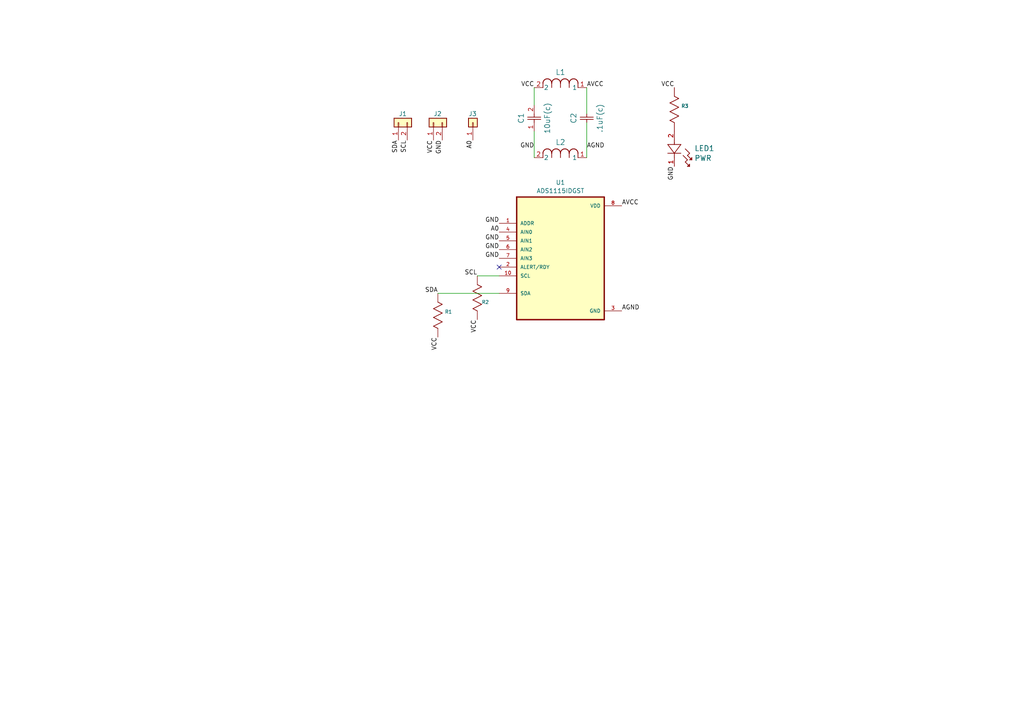
<source format=kicad_sch>
(kicad_sch (version 20230121) (generator eeschema)

  (uuid 9586443c-894c-45ca-be0d-570828c94a5f)

  (paper "A4")

  (lib_symbols
    (symbol "Connector_Generic:Conn_01x01" (pin_names (offset 1.016) hide) (in_bom yes) (on_board yes)
      (property "Reference" "J" (at 0 2.54 0)
        (effects (font (size 1.27 1.27)))
      )
      (property "Value" "Conn_01x01" (at 0 -2.54 0)
        (effects (font (size 1.27 1.27)))
      )
      (property "Footprint" "" (at 0 0 0)
        (effects (font (size 1.27 1.27)) hide)
      )
      (property "Datasheet" "~" (at 0 0 0)
        (effects (font (size 1.27 1.27)) hide)
      )
      (property "ki_keywords" "connector" (at 0 0 0)
        (effects (font (size 1.27 1.27)) hide)
      )
      (property "ki_description" "Generic connector, single row, 01x01, script generated (kicad-library-utils/schlib/autogen/connector/)" (at 0 0 0)
        (effects (font (size 1.27 1.27)) hide)
      )
      (property "ki_fp_filters" "Connector*:*_1x??_*" (at 0 0 0)
        (effects (font (size 1.27 1.27)) hide)
      )
      (symbol "Conn_01x01_1_1"
        (rectangle (start -1.27 0.127) (end 0 -0.127)
          (stroke (width 0.1524) (type default))
          (fill (type none))
        )
        (rectangle (start -1.27 1.27) (end 1.27 -1.27)
          (stroke (width 0.254) (type default))
          (fill (type background))
        )
        (pin passive line (at -5.08 0 0) (length 3.81)
          (name "Pin_1" (effects (font (size 1.27 1.27))))
          (number "1" (effects (font (size 1.27 1.27))))
        )
      )
    )
    (symbol "pPSI:.1uF-Ceramic-Capacitor" (pin_numbers hide) (pin_names (offset 1.651) hide) (in_bom yes) (on_board yes)
      (property "Reference" "C" (at 3.81 3.81 0)
        (effects (font (size 1.524 1.524)))
      )
      (property "Value" ".1uF-Ceramic-Capacitor" (at 3.048 -3.429 0)
        (effects (font (size 1.524 1.524)))
      )
      (property "Footprint" "pPSI:.1uF ceramic capacitor" (at 3.683 -5.842 0)
        (effects (font (size 1.524 1.524)) hide)
      )
      (property "Datasheet" "" (at 0 0 0)
        (effects (font (size 1.524 1.524)))
      )
      (symbol ".1uF-Ceramic-Capacitor_1_1"
        (polyline
          (pts
            (xy 2.54 0)
            (xy 3.4798 0)
          )
          (stroke (width 0.2032) (type solid))
          (fill (type none))
        )
        (polyline
          (pts
            (xy 3.4798 -1.905)
            (xy 3.4798 1.905)
          )
          (stroke (width 0.2032) (type solid))
          (fill (type none))
        )
        (polyline
          (pts
            (xy 4.1148 -1.905)
            (xy 4.1148 1.905)
          )
          (stroke (width 0.2032) (type solid))
          (fill (type none))
        )
        (polyline
          (pts
            (xy 4.1148 0)
            (xy 5.08 0)
          )
          (stroke (width 0.2032) (type solid))
          (fill (type none))
        )
        (pin unspecified line (at 2.54 0 0) (length 0)
          (name "1" (effects (font (size 1.4986 1.4986))))
          (number "1" (effects (font (size 1.4986 1.4986))))
        )
        (pin unspecified line (at 5.08 0 180) (length 0)
          (name "2" (effects (font (size 1.4986 1.4986))))
          (number "2" (effects (font (size 1.4986 1.4986))))
        )
      )
    )
    (symbol "pPSI:10kohm-Resistor" (pin_numbers hide) (pin_names (offset -2.54) hide) (in_bom yes) (on_board yes)
      (property "Reference" "R" (at 5.588 3.81 0)
        (effects (font (size 1 1)))
      )
      (property "Value" "10kohm-Resistor" (at 6.731 -2.54 0)
        (effects (font (size 1 1)))
      )
      (property "Footprint" "pPSI:10kohm resistor" (at 6.604 -5.207 0)
        (effects (font (size 1.524 1.524)) hide)
      )
      (property "Datasheet" "" (at 0 0 0)
        (effects (font (size 1.524 1.524)))
      )
      (symbol "10kohm-Resistor_1_1"
        (polyline
          (pts
            (xy 2.54 0)
            (xy 3.175 1.27)
          )
          (stroke (width 0.2032) (type solid))
          (fill (type none))
        )
        (polyline
          (pts
            (xy 3.175 1.27)
            (xy 4.445 -1.27)
          )
          (stroke (width 0.2032) (type solid))
          (fill (type none))
        )
        (polyline
          (pts
            (xy 4.445 -1.27)
            (xy 5.715 1.27)
          )
          (stroke (width 0.2032) (type solid))
          (fill (type none))
        )
        (polyline
          (pts
            (xy 5.715 1.27)
            (xy 6.985 -1.27)
          )
          (stroke (width 0.2032) (type solid))
          (fill (type none))
        )
        (polyline
          (pts
            (xy 6.985 -1.27)
            (xy 8.255 1.27)
          )
          (stroke (width 0.2032) (type solid))
          (fill (type none))
        )
        (polyline
          (pts
            (xy 8.255 1.27)
            (xy 9.525 -1.27)
          )
          (stroke (width 0.2032) (type solid))
          (fill (type none))
        )
        (polyline
          (pts
            (xy 9.525 -1.27)
            (xy 10.16 0)
          )
          (stroke (width 0.2032) (type solid))
          (fill (type none))
        )
        (pin unspecified line (at 0 0 0) (length 2.54)
          (name "1" (effects (font (size 1.4986 1.4986))))
          (number "1" (effects (font (size 1.4986 1.4986))))
        )
        (pin unspecified line (at 12.7 0 180) (length 2.54)
          (name "2" (effects (font (size 1.4986 1.4986))))
          (number "2" (effects (font (size 1.4986 1.4986))))
        )
      )
    )
    (symbol "pPSI:10uF-Ceramic-Capacitor" (pin_names (offset 0.254)) (in_bom yes) (on_board yes)
      (property "Reference" "C" (at 3.81 3.81 0)
        (effects (font (size 1.524 1.524)))
      )
      (property "Value" "10uF-Ceramic-Capacitor" (at 3.81 -3.81 0)
        (effects (font (size 1.524 1.524)))
      )
      (property "Footprint" "pPSI:10uF Ceramic Capacitor" (at 0 0 0)
        (effects (font (size 1.27 1.27) italic) hide)
      )
      (property "Datasheet" "C0805C106K9PACTU" (at 0 0 0)
        (effects (font (size 1.27 1.27) italic) hide)
      )
      (property "ki_locked" "" (at 0 0 0)
        (effects (font (size 1.27 1.27)))
      )
      (property "ki_keywords" "C0805C106K9PACTU" (at 0 0 0)
        (effects (font (size 1.27 1.27)) hide)
      )
      (property "ki_fp_filters" "CAPC220145_140N_KEM CAPC220145_140N_KEM-M CAPC220145_140N_KEM-L" (at 0 0 0)
        (effects (font (size 1.27 1.27)) hide)
      )
      (symbol "10uF-Ceramic-Capacitor_1_1"
        (polyline
          (pts
            (xy 2.54 0)
            (xy 3.4798 0)
          )
          (stroke (width 0.2032) (type default))
          (fill (type none))
        )
        (polyline
          (pts
            (xy 3.4798 -1.905)
            (xy 3.4798 1.905)
          )
          (stroke (width 0.2032) (type default))
          (fill (type none))
        )
        (polyline
          (pts
            (xy 4.1148 -1.905)
            (xy 4.1148 1.905)
          )
          (stroke (width 0.2032) (type default))
          (fill (type none))
        )
        (polyline
          (pts
            (xy 4.1148 0)
            (xy 5.08 0)
          )
          (stroke (width 0.2032) (type default))
          (fill (type none))
        )
        (pin unspecified line (at 0 0 0) (length 2.54)
          (name "" (effects (font (size 1.27 1.27))))
          (number "1" (effects (font (size 1.27 1.27))))
        )
        (pin unspecified line (at 7.62 0 180) (length 2.54)
          (name "" (effects (font (size 1.27 1.27))))
          (number "2" (effects (font (size 1.27 1.27))))
        )
      )
      (symbol "10uF-Ceramic-Capacitor_1_2"
        (polyline
          (pts
            (xy -1.905 -4.1148)
            (xy 1.905 -4.1148)
          )
          (stroke (width 0.2032) (type default))
          (fill (type none))
        )
        (polyline
          (pts
            (xy -1.905 -3.4798)
            (xy 1.905 -3.4798)
          )
          (stroke (width 0.2032) (type default))
          (fill (type none))
        )
        (polyline
          (pts
            (xy 0 -4.1148)
            (xy 0 -5.08)
          )
          (stroke (width 0.2032) (type default))
          (fill (type none))
        )
        (polyline
          (pts
            (xy 0 -2.54)
            (xy 0 -3.4798)
          )
          (stroke (width 0.2032) (type default))
          (fill (type none))
        )
        (pin unspecified line (at 0 0 270) (length 2.54)
          (name "" (effects (font (size 1.27 1.27))))
          (number "1" (effects (font (size 1.27 1.27))))
        )
        (pin unspecified line (at 0 -7.62 90) (length 2.54)
          (name "" (effects (font (size 1.27 1.27))))
          (number "2" (effects (font (size 1.27 1.27))))
        )
      )
    )
    (symbol "pPSI:2-pin-header" (pin_names (offset 1.016) hide) (in_bom yes) (on_board yes)
      (property "Reference" "J" (at 0 2.54 0)
        (effects (font (size 1.27 1.27)))
      )
      (property "Value" "2-pin-header" (at 0 -5.08 0)
        (effects (font (size 1.27 1.27)))
      )
      (property "Footprint" "" (at 0 0 0)
        (effects (font (size 1.27 1.27)) hide)
      )
      (property "Datasheet" "~" (at 0 0 0)
        (effects (font (size 1.27 1.27)) hide)
      )
      (property "ki_keywords" "connector" (at 0 0 0)
        (effects (font (size 1.27 1.27)) hide)
      )
      (property "ki_description" "Generic connector, single row, 01x02, script generated (kicad-library-utils/schlib/autogen/connector/)" (at 0 0 0)
        (effects (font (size 1.27 1.27)) hide)
      )
      (property "ki_fp_filters" "Connector*:*_1x??_*" (at 0 0 0)
        (effects (font (size 1.27 1.27)) hide)
      )
      (symbol "2-pin-header_1_1"
        (rectangle (start -1.27 -2.413) (end 0 -2.667)
          (stroke (width 0.1524) (type default))
          (fill (type none))
        )
        (rectangle (start -1.27 0.127) (end 0 -0.127)
          (stroke (width 0.1524) (type default))
          (fill (type none))
        )
        (rectangle (start -1.27 1.27) (end 1.27 -3.81)
          (stroke (width 0.254) (type default))
          (fill (type background))
        )
        (pin passive line (at -5.08 0 0) (length 3.81)
          (name "Pin_1" (effects (font (size 1.27 1.27))))
          (number "1" (effects (font (size 1.27 1.27))))
        )
        (pin passive line (at -5.08 -2.54 0) (length 3.81)
          (name "Pin_2" (effects (font (size 1.27 1.27))))
          (number "2" (effects (font (size 1.27 1.27))))
        )
      )
    )
    (symbol "pPSI:ADS1115IDGST" (pin_names (offset 1.016)) (in_bom yes) (on_board yes)
      (property "Reference" "U" (at -12.7 18.78 0)
        (effects (font (size 1.27 1.27)) (justify left bottom))
      )
      (property "Value" "ADS1115IDGST" (at -12.7 -21.78 0)
        (effects (font (size 1.27 1.27)) (justify left bottom))
      )
      (property "Footprint" "pPSI:ADS1115" (at 0 0 0)
        (effects (font (size 1.27 1.27)) (justify bottom) hide)
      )
      (property "Datasheet" "" (at 0 0 0)
        (effects (font (size 1.27 1.27)) hide)
      )
      (symbol "ADS1115IDGST_0_0"
        (rectangle (start -12.7 -17.78) (end 12.7 17.78)
          (stroke (width 0.41) (type default))
          (fill (type background))
        )
        (pin input line (at -17.78 10.16 0) (length 5.08)
          (name "ADDR" (effects (font (size 1.016 1.016))))
          (number "1" (effects (font (size 1.016 1.016))))
        )
        (pin input line (at -17.78 -5.08 0) (length 5.08)
          (name "SCL" (effects (font (size 1.016 1.016))))
          (number "10" (effects (font (size 1.016 1.016))))
        )
        (pin input line (at -17.78 -2.54 0) (length 5.08)
          (name "ALERT/RDY" (effects (font (size 1.016 1.016))))
          (number "2" (effects (font (size 1.016 1.016))))
        )
        (pin power_in line (at 17.78 -15.24 180) (length 5.08)
          (name "GND" (effects (font (size 1.016 1.016))))
          (number "3" (effects (font (size 1.016 1.016))))
        )
        (pin input line (at -17.78 7.62 0) (length 5.08)
          (name "AIN0" (effects (font (size 1.016 1.016))))
          (number "4" (effects (font (size 1.016 1.016))))
        )
        (pin input line (at -17.78 5.08 0) (length 5.08)
          (name "AIN1" (effects (font (size 1.016 1.016))))
          (number "5" (effects (font (size 1.016 1.016))))
        )
        (pin input line (at -17.78 2.54 0) (length 5.08)
          (name "AIN2" (effects (font (size 1.016 1.016))))
          (number "6" (effects (font (size 1.016 1.016))))
        )
        (pin input line (at -17.78 0 0) (length 5.08)
          (name "AIN3" (effects (font (size 1.016 1.016))))
          (number "7" (effects (font (size 1.016 1.016))))
        )
        (pin power_in line (at 17.78 15.24 180) (length 5.08)
          (name "VDD" (effects (font (size 1.016 1.016))))
          (number "8" (effects (font (size 1.016 1.016))))
        )
        (pin bidirectional line (at -17.78 -10.16 0) (length 5.08)
          (name "SDA" (effects (font (size 1.016 1.016))))
          (number "9" (effects (font (size 1.016 1.016))))
        )
      )
    )
    (symbol "pPSI:Ferrite-Bead" (pin_names (offset 0.254)) (in_bom yes) (on_board yes)
      (property "Reference" "L1" (at 7.62 7.2917 0)
        (effects (font (size 1.524 1.524)))
      )
      (property "Value" "Ferrite-Bead" (at 7.62 4.4589 0)
        (effects (font (size 1.524 1.524)))
      )
      (property "Footprint" "pPSI:ferrite bead" (at 0 0 0)
        (effects (font (size 1.27 1.27) italic) hide)
      )
      (property "Datasheet" "MMZ2012Y152BT000" (at 0 0 0)
        (effects (font (size 1.27 1.27) italic) hide)
      )
      (property "ki_locked" "" (at 0 0 0)
        (effects (font (size 1.27 1.27)))
      )
      (property "ki_keywords" "MMZ2012Y152BT000" (at 0 0 0)
        (effects (font (size 1.27 1.27)) hide)
      )
      (property "ki_fp_filters" "IND_2012_TDK IND_2012_TDK-M IND_2012_TDK-L" (at 0 0 0)
        (effects (font (size 1.27 1.27)) hide)
      )
      (symbol "Ferrite-Bead_1_1"
        (polyline
          (pts
            (xy 2.54 0)
            (xy 2.54 1.27)
          )
          (stroke (width 0.2032) (type default))
          (fill (type none))
        )
        (polyline
          (pts
            (xy 5.08 0)
            (xy 5.08 1.27)
          )
          (stroke (width 0.2032) (type default))
          (fill (type none))
        )
        (polyline
          (pts
            (xy 7.62 0)
            (xy 7.62 1.27)
          )
          (stroke (width 0.2032) (type default))
          (fill (type none))
        )
        (polyline
          (pts
            (xy 10.16 0)
            (xy 10.16 1.27)
          )
          (stroke (width 0.2032) (type default))
          (fill (type none))
        )
        (polyline
          (pts
            (xy 12.7 0)
            (xy 12.7 1.27)
          )
          (stroke (width 0.2032) (type default))
          (fill (type none))
        )
        (arc (start 5.08 1.27) (mid 3.81 2.5345) (end 2.54 1.27)
          (stroke (width 0.254) (type default))
          (fill (type none))
        )
        (arc (start 7.62 1.27) (mid 6.35 2.5345) (end 5.08 1.27)
          (stroke (width 0.254) (type default))
          (fill (type none))
        )
        (arc (start 10.16 1.27) (mid 8.89 2.5345) (end 7.62 1.27)
          (stroke (width 0.254) (type default))
          (fill (type none))
        )
        (arc (start 12.7 1.27) (mid 11.43 2.5345) (end 10.16 1.27)
          (stroke (width 0.254) (type default))
          (fill (type none))
        )
        (pin unspecified line (at 15.24 0 180) (length 2.54)
          (name "1" (effects (font (size 1.27 1.27))))
          (number "1" (effects (font (size 1.27 1.27))))
        )
        (pin unspecified line (at 0 0 0) (length 2.54)
          (name "2" (effects (font (size 1.27 1.27))))
          (number "2" (effects (font (size 1.27 1.27))))
        )
      )
      (symbol "Ferrite-Bead_1_2"
        (arc (start -1.27 5.08) (mid -2.5345 3.81) (end -1.27 2.54)
          (stroke (width 0.254) (type default))
          (fill (type none))
        )
        (arc (start -1.27 7.62) (mid -2.5345 6.35) (end -1.27 5.08)
          (stroke (width 0.254) (type default))
          (fill (type none))
        )
        (arc (start -1.27 10.16) (mid -2.5345 8.89) (end -1.27 7.62)
          (stroke (width 0.254) (type default))
          (fill (type none))
        )
        (arc (start -1.27 12.7) (mid -2.5345 11.43) (end -1.27 10.16)
          (stroke (width 0.254) (type default))
          (fill (type none))
        )
        (polyline
          (pts
            (xy 0 2.54)
            (xy -1.27 2.54)
          )
          (stroke (width 0.2032) (type default))
          (fill (type none))
        )
        (polyline
          (pts
            (xy 0 5.08)
            (xy -1.27 5.08)
          )
          (stroke (width 0.2032) (type default))
          (fill (type none))
        )
        (polyline
          (pts
            (xy 0 7.62)
            (xy -1.27 7.62)
          )
          (stroke (width 0.2032) (type default))
          (fill (type none))
        )
        (polyline
          (pts
            (xy 0 10.16)
            (xy -1.27 10.16)
          )
          (stroke (width 0.2032) (type default))
          (fill (type none))
        )
        (polyline
          (pts
            (xy 0 12.7)
            (xy -1.27 12.7)
          )
          (stroke (width 0.2032) (type default))
          (fill (type none))
        )
        (pin unspecified line (at 0 15.24 270) (length 2.54)
          (name "1" (effects (font (size 1.27 1.27))))
          (number "1" (effects (font (size 1.27 1.27))))
        )
        (pin unspecified line (at 0 0 90) (length 2.54)
          (name "2" (effects (font (size 1.27 1.27))))
          (number "2" (effects (font (size 1.27 1.27))))
        )
      )
    )
    (symbol "pPSI:green led" (pin_names (offset 0.254)) (in_bom yes) (on_board yes)
      (property "Reference" "LED" (at 5.08 -4.445 0)
        (effects (font (size 1.524 1.524)))
      )
      (property "Value" "green led" (at 5.08 -7.62 0)
        (effects (font (size 1.524 1.524)))
      )
      (property "Footprint" "green led" (at 6.35 -12.7 0)
        (effects (font (size 1.27 1.27) italic) hide)
      )
      (property "Datasheet" "green led" (at 5.08 -10.16 0)
        (effects (font (size 1.27 1.27) italic) hide)
      )
      (property "ki_locked" "" (at 0 0 0)
        (effects (font (size 1.27 1.27)))
      )
      (property "ki_keywords" "HSMG-C170" (at 0 0 0)
        (effects (font (size 1.27 1.27)) hide)
      )
      (property "ki_fp_filters" "LED_MG-C170" (at 0 0 0)
        (effects (font (size 1.27 1.27)) hide)
      )
      (symbol "green led_0_1"
        (polyline
          (pts
            (xy 2.54 0)
            (xy 3.4798 0)
          )
          (stroke (width 0.2032) (type default))
          (fill (type none))
        )
        (polyline
          (pts
            (xy 3.175 0)
            (xy 3.81 0)
          )
          (stroke (width 0.2032) (type default))
          (fill (type none))
        )
        (polyline
          (pts
            (xy 3.81 -1.905)
            (xy 6.35 0)
          )
          (stroke (width 0.2032) (type default))
          (fill (type none))
        )
        (polyline
          (pts
            (xy 3.81 1.905)
            (xy 3.81 -1.905)
          )
          (stroke (width 0.2032) (type default))
          (fill (type none))
        )
        (polyline
          (pts
            (xy 5.08 3.175)
            (xy 6.35 4.445)
          )
          (stroke (width 0.2032) (type default))
          (fill (type none))
        )
        (polyline
          (pts
            (xy 6.35 -1.905)
            (xy 6.35 1.905)
          )
          (stroke (width 0.2032) (type default))
          (fill (type none))
        )
        (polyline
          (pts
            (xy 6.35 0)
            (xy 3.81 1.905)
          )
          (stroke (width 0.2032) (type default))
          (fill (type none))
        )
        (polyline
          (pts
            (xy 6.35 0)
            (xy 7.62 0)
          )
          (stroke (width 0.2032) (type default))
          (fill (type none))
        )
        (polyline
          (pts
            (xy 6.35 4.445)
            (xy 6.985 3.81)
          )
          (stroke (width 0.2032) (type default))
          (fill (type none))
        )
        (polyline
          (pts
            (xy 6.985 2.54)
            (xy 8.255 3.81)
          )
          (stroke (width 0.2032) (type default))
          (fill (type none))
        )
        (polyline
          (pts
            (xy 6.985 3.81)
            (xy 8.255 5.08)
          )
          (stroke (width 0.2032) (type default))
          (fill (type none))
        )
        (polyline
          (pts
            (xy 7.62 5.08)
            (xy 8.255 4.445)
          )
          (stroke (width 0.2032) (type default))
          (fill (type none))
        )
        (polyline
          (pts
            (xy 8.255 3.81)
            (xy 8.89 3.175)
          )
          (stroke (width 0.2032) (type default))
          (fill (type none))
        )
        (polyline
          (pts
            (xy 8.255 4.445)
            (xy 8.255 5.08)
          )
          (stroke (width 0.2032) (type default))
          (fill (type none))
        )
        (polyline
          (pts
            (xy 8.255 5.08)
            (xy 7.62 5.08)
          )
          (stroke (width 0.2032) (type default))
          (fill (type none))
        )
        (polyline
          (pts
            (xy 8.89 3.175)
            (xy 10.16 4.445)
          )
          (stroke (width 0.2032) (type default))
          (fill (type none))
        )
        (polyline
          (pts
            (xy 9.525 4.445)
            (xy 10.16 3.81)
          )
          (stroke (width 0.2032) (type default))
          (fill (type none))
        )
        (polyline
          (pts
            (xy 10.16 3.81)
            (xy 10.16 4.445)
          )
          (stroke (width 0.2032) (type default))
          (fill (type none))
        )
        (polyline
          (pts
            (xy 10.16 4.445)
            (xy 9.525 4.445)
          )
          (stroke (width 0.2032) (type default))
          (fill (type none))
        )
        (pin unspecified line (at 10.16 0 180) (length 2.54)
          (name "" (effects (font (size 1.27 1.27))))
          (number "1" (effects (font (size 1.27 1.27))))
        )
        (pin unspecified line (at 0 0 0) (length 2.54)
          (name "" (effects (font (size 1.27 1.27))))
          (number "2" (effects (font (size 1.27 1.27))))
        )
      )
    )
  )


  (no_connect (at 144.78 77.47) (uuid 8c37d702-a309-4f73-bfa9-e4e61295f7ed))

  (wire (pts (xy 170.18 25.4) (xy 170.18 33.02))
    (stroke (width 0) (type default))
    (uuid 029c2bee-9df7-470a-b633-658974049926)
  )
  (wire (pts (xy 154.94 25.4) (xy 154.94 30.48))
    (stroke (width 0) (type default))
    (uuid 668a81b4-9b8c-4504-a416-2a66fdfe14e2)
  )
  (wire (pts (xy 144.78 85.09) (xy 127 85.09))
    (stroke (width 0) (type default))
    (uuid 7634a267-c4b7-4216-a4ff-349c1b2c5f59)
  )
  (wire (pts (xy 154.94 38.1) (xy 154.94 45.72))
    (stroke (width 0) (type default))
    (uuid 9d9e3002-a023-428e-8e87-4cb7b5dac52e)
  )
  (wire (pts (xy 170.18 35.56) (xy 170.18 45.72))
    (stroke (width 0) (type default))
    (uuid c6cdb732-0b2a-4ffb-90f9-f0138bd99610)
  )
  (wire (pts (xy 144.78 80.01) (xy 138.43 80.01))
    (stroke (width 0) (type default))
    (uuid de9a1730-52bc-4eba-98c1-1a807a7acf84)
  )

  (label "AGND" (at 180.34 90.17 0) (fields_autoplaced)
    (effects (font (size 1.27 1.27)) (justify left bottom))
    (uuid 0f44d4eb-f1c3-47c0-9945-1a25c0f8bb98)
  )
  (label "VCC" (at 125.73 40.64 270) (fields_autoplaced)
    (effects (font (size 1.27 1.27)) (justify right bottom))
    (uuid 1329d5eb-d533-4011-8fab-3404e355c4c8)
  )
  (label "GND" (at 144.78 64.77 180) (fields_autoplaced)
    (effects (font (size 1.27 1.27)) (justify right bottom))
    (uuid 274610cd-7f47-40ed-80ab-507a1dc7c287)
  )
  (label "GND" (at 154.94 43.18 180) (fields_autoplaced)
    (effects (font (size 1.27 1.27)) (justify right bottom))
    (uuid 293f6d89-810a-46e8-9efb-ad6d24f60769)
  )
  (label "GND" (at 128.27 40.64 270) (fields_autoplaced)
    (effects (font (size 1.27 1.27)) (justify right bottom))
    (uuid 335c866e-1492-4cc0-9181-292ec6582209)
  )
  (label "SDA" (at 115.57 40.64 270) (fields_autoplaced)
    (effects (font (size 1.27 1.27)) (justify right bottom))
    (uuid 351c7ff8-8f22-4da0-b3c7-2ab835d2f87a)
  )
  (label "GND" (at 144.78 72.39 180) (fields_autoplaced)
    (effects (font (size 1.27 1.27)) (justify right bottom))
    (uuid 3f48d032-832b-445e-a414-38df3fabff2b)
  )
  (label "AVCC" (at 180.34 59.69 0) (fields_autoplaced)
    (effects (font (size 1.27 1.27)) (justify left bottom))
    (uuid 5f1d86a2-f0a6-4c44-b858-3d19a0cc1d76)
  )
  (label "A0" (at 144.78 67.31 180) (fields_autoplaced)
    (effects (font (size 1.27 1.27)) (justify right bottom))
    (uuid 6349801f-106d-49e5-b0dd-4a4012bff848)
  )
  (label "VCC" (at 138.43 92.71 270) (fields_autoplaced)
    (effects (font (size 1.27 1.27)) (justify right bottom))
    (uuid 636f743b-daa8-426f-b963-c92692b0f404)
  )
  (label "SCL" (at 118.11 40.64 270) (fields_autoplaced)
    (effects (font (size 1.27 1.27)) (justify right bottom))
    (uuid 68a6a8a5-02ec-4c77-b1df-227c1717f7c7)
  )
  (label "GND" (at 144.78 74.93 180) (fields_autoplaced)
    (effects (font (size 1.27 1.27)) (justify right bottom))
    (uuid 6db0ea39-f269-4d54-9e22-2975b2b368a6)
  )
  (label "AVCC" (at 170.18 25.4 0) (fields_autoplaced)
    (effects (font (size 1.27 1.27)) (justify left bottom))
    (uuid 9bb7186f-bcfa-41f6-aad0-eb4089d8f082)
  )
  (label "GND" (at 195.58 48.26 270) (fields_autoplaced)
    (effects (font (size 1.27 1.27)) (justify right bottom))
    (uuid a53f2f85-fb8f-4842-8319-69b239c398b0)
  )
  (label "A0" (at 137.16 40.64 270) (fields_autoplaced)
    (effects (font (size 1.27 1.27)) (justify right bottom))
    (uuid b09de042-89dc-4aac-b177-1dc6906407f1)
  )
  (label "GND" (at 144.78 69.85 180) (fields_autoplaced)
    (effects (font (size 1.27 1.27)) (justify right bottom))
    (uuid bdd69645-ad58-439c-ba76-63982080f835)
  )
  (label "AGND" (at 170.18 43.18 0) (fields_autoplaced)
    (effects (font (size 1.27 1.27)) (justify left bottom))
    (uuid c033f32d-dbb7-40e5-bd39-090b09dd32f2)
  )
  (label "VCC" (at 127 97.79 270) (fields_autoplaced)
    (effects (font (size 1.27 1.27)) (justify right bottom))
    (uuid cc1ee8f9-179d-4b50-95b5-d6d3d37b8ff4)
  )
  (label "VCC" (at 154.94 25.4 180) (fields_autoplaced)
    (effects (font (size 1.27 1.27)) (justify right bottom))
    (uuid cdf270c9-4e16-46c3-89d2-cc8a1af76402)
  )
  (label "SCL" (at 138.43 80.01 180) (fields_autoplaced)
    (effects (font (size 1.27 1.27)) (justify right bottom))
    (uuid dbf0f3e2-6bd6-4120-ae89-cfd075b8620f)
  )
  (label "SDA" (at 127 85.09 180) (fields_autoplaced)
    (effects (font (size 1.27 1.27)) (justify right bottom))
    (uuid de0e98e9-6458-435f-a025-27950fb8ce3b)
  )
  (label "VCC" (at 195.58 25.4 180) (fields_autoplaced)
    (effects (font (size 1.27 1.27)) (justify right bottom))
    (uuid f3c5d564-7782-4f40-8457-2cfb49ffc806)
  )

  (symbol (lib_id "pPSI:10uF-Ceramic-Capacitor") (at 154.94 38.1 90) (unit 1)
    (in_bom yes) (on_board yes) (dnp no)
    (uuid 082b8c16-3960-44c4-95f9-d6cd003a9844)
    (property "Reference" "C1" (at 151.13 34.29 0)
      (effects (font (size 1.524 1.524)))
    )
    (property "Value" "10uF(c)" (at 158.75 34.29 0)
      (effects (font (size 1.524 1.524)))
    )
    (property "Footprint" "pPSI:10uF Ceramic Capacitor" (at 154.94 38.1 0)
      (effects (font (size 1.27 1.27) italic) hide)
    )
    (property "Datasheet" "C0805C106K9PACTU" (at 154.94 38.1 0)
      (effects (font (size 1.27 1.27) italic) hide)
    )
    (pin "1" (uuid 26f48f5d-4811-4849-a99d-3ab16382a751))
    (pin "2" (uuid e709c904-6479-49cf-8daf-a9ff3d8631bd))
    (instances
      (project "ADC"
        (path "/9586443c-894c-45ca-be0d-570828c94a5f"
          (reference "C1") (unit 1)
        )
      )
    )
  )

  (symbol (lib_id "pPSI:10kohm-Resistor") (at 195.58 38.1 90) (unit 1)
    (in_bom yes) (on_board yes) (dnp no)
    (uuid 246b8130-a7f6-4822-afa4-ea1ae33792e1)
    (property "Reference" "R3" (at 197.5866 30.7551 90)
      (effects (font (size 1 1)) (justify right))
    )
    (property "Value" "10k" (at 191.77 31.75 90)
      (effects (font (size 1 1)) (justify right) hide)
    )
    (property "Footprint" "pPSI:10kohm resistor" (at 200.787 31.496 0)
      (effects (font (size 1.524 1.524)) hide)
    )
    (property "Datasheet" "" (at 195.58 38.1 0)
      (effects (font (size 1.524 1.524)))
    )
    (pin "1" (uuid f05df334-f2ef-464a-9412-2f79392fe527))
    (pin "2" (uuid 8ba9bcba-3639-4626-a997-9f191d7baebb))
    (instances
      (project "ADC"
        (path "/9586443c-894c-45ca-be0d-570828c94a5f"
          (reference "R3") (unit 1)
        )
      )
    )
  )

  (symbol (lib_id "Connector_Generic:Conn_01x01") (at 137.16 35.56 90) (unit 1)
    (in_bom yes) (on_board yes) (dnp no)
    (uuid 278e54c6-4768-4f21-983d-249064d91b88)
    (property "Reference" "J3" (at 135.89 33.02 90)
      (effects (font (size 1.27 1.27)) (justify right))
    )
    (property "Value" "Conn_01x01" (at 139.192 36.7721 90)
      (effects (font (size 1.27 1.27)) (justify right) hide)
    )
    (property "Footprint" "pPSI:1 pin header" (at 137.16 35.56 0)
      (effects (font (size 1.27 1.27)) hide)
    )
    (property "Datasheet" "~" (at 137.16 35.56 0)
      (effects (font (size 1.27 1.27)) hide)
    )
    (pin "1" (uuid ba89afc2-c9da-40af-ae1e-25dc0ace513d))
    (instances
      (project "ADC"
        (path "/9586443c-894c-45ca-be0d-570828c94a5f"
          (reference "J3") (unit 1)
        )
      )
    )
  )

  (symbol (lib_id "pPSI:Ferrite-Bead") (at 154.94 45.72 0) (unit 1)
    (in_bom yes) (on_board yes) (dnp no) (fields_autoplaced)
    (uuid 70d12c30-1071-4032-8834-f07dacad1e2a)
    (property "Reference" "L2" (at 162.56 41.2611 0)
      (effects (font (size 1.524 1.524)))
    )
    (property "Value" "Ferrite-Bead" (at 162.56 41.2611 0)
      (effects (font (size 1.524 1.524)) hide)
    )
    (property "Footprint" "pPSI:ferrite bead" (at 154.94 45.72 0)
      (effects (font (size 1.27 1.27) italic) hide)
    )
    (property "Datasheet" "MMZ2012Y152BT000" (at 154.94 45.72 0)
      (effects (font (size 1.27 1.27) italic) hide)
    )
    (pin "1" (uuid 8f47f983-3cf6-44e5-ac49-ba7194ca909f))
    (pin "2" (uuid 51b98c9d-7ed1-4918-934e-94b482187fd6))
    (instances
      (project "ADC"
        (path "/9586443c-894c-45ca-be0d-570828c94a5f"
          (reference "L2") (unit 1)
        )
      )
    )
  )

  (symbol (lib_id "pPSI:2-pin-header") (at 115.57 35.56 90) (unit 1)
    (in_bom yes) (on_board yes) (dnp no)
    (uuid 8e6b5a74-db2c-4fcd-a6d7-df13e8d62bf7)
    (property "Reference" "J1" (at 116.84 33.02 90)
      (effects (font (size 1.27 1.27)))
    )
    (property "Value" "2-pin-header" (at 121.1001 35.56 0)
      (effects (font (size 1.27 1.27)) hide)
    )
    (property "Footprint" "pPSI:2 pin header" (at 115.57 35.56 0)
      (effects (font (size 1.27 1.27)) hide)
    )
    (property "Datasheet" "~" (at 115.57 35.56 0)
      (effects (font (size 1.27 1.27)) hide)
    )
    (pin "1" (uuid 3ad4a8ca-b55c-4f22-8689-d3a3ed1bf7b7))
    (pin "2" (uuid eaa4dea1-5dca-4a22-b1df-520b30e76c38))
    (instances
      (project "ADC"
        (path "/9586443c-894c-45ca-be0d-570828c94a5f"
          (reference "J1") (unit 1)
        )
      )
    )
  )

  (symbol (lib_id "pPSI:10kohm-Resistor") (at 138.43 92.71 90) (unit 1)
    (in_bom yes) (on_board yes) (dnp no)
    (uuid 91c9cd28-1697-4436-8fca-81b6a3e0863b)
    (property "Reference" "R2" (at 139.7 87.63 90)
      (effects (font (size 1 1)) (justify right))
    )
    (property "Value" "10kohm" (at 140.4366 87.3548 90)
      (effects (font (size 1 1)) (justify right) hide)
    )
    (property "Footprint" "pPSI:10kohm resistor" (at 143.637 86.106 0)
      (effects (font (size 1.524 1.524)) hide)
    )
    (property "Datasheet" "" (at 138.43 92.71 0)
      (effects (font (size 1.524 1.524)))
    )
    (pin "1" (uuid 59890e30-c762-4011-bffa-48918ab68168))
    (pin "2" (uuid 51a4b69a-76b8-437c-b1ba-087023b6d1ce))
    (instances
      (project "ADC"
        (path "/9586443c-894c-45ca-be0d-570828c94a5f"
          (reference "R2") (unit 1)
        )
      )
    )
  )

  (symbol (lib_id "pPSI:Ferrite-Bead") (at 154.94 25.4 0) (unit 1)
    (in_bom yes) (on_board yes) (dnp no) (fields_autoplaced)
    (uuid 95e0d30b-5513-43eb-9162-87a79a9935af)
    (property "Reference" "L1" (at 162.56 20.9411 0)
      (effects (font (size 1.524 1.524)))
    )
    (property "Value" "Ferrite-Bead" (at 162.56 20.9411 0)
      (effects (font (size 1.524 1.524)) hide)
    )
    (property "Footprint" "pPSI:ferrite bead" (at 154.94 25.4 0)
      (effects (font (size 1.27 1.27) italic) hide)
    )
    (property "Datasheet" "MMZ2012Y152BT000" (at 154.94 25.4 0)
      (effects (font (size 1.27 1.27) italic) hide)
    )
    (pin "1" (uuid 7960c802-387e-4f84-b691-4e062c6c72e7))
    (pin "2" (uuid 13842a58-89d7-46d7-bfe7-b5d9da6dddf5))
    (instances
      (project "ADC"
        (path "/9586443c-894c-45ca-be0d-570828c94a5f"
          (reference "L1") (unit 1)
        )
      )
    )
  )

  (symbol (lib_id "pPSI:.1uF-Ceramic-Capacitor") (at 170.18 38.1 90) (unit 1)
    (in_bom yes) (on_board yes) (dnp no)
    (uuid 98650f85-b49c-4fed-992b-57fcdea88898)
    (property "Reference" "C2" (at 166.37 34.29 0)
      (effects (font (size 1.524 1.524)))
    )
    (property "Value" ".1uF(c)" (at 173.99 34.29 0)
      (effects (font (size 1.524 1.524)))
    )
    (property "Footprint" "pPSI:.1uF ceramic capacitor" (at 176.022 34.417 0)
      (effects (font (size 1.524 1.524)) hide)
    )
    (property "Datasheet" "" (at 170.18 38.1 0)
      (effects (font (size 1.524 1.524)))
    )
    (pin "1" (uuid 5d4c937a-dac4-466a-93bb-360aeac2a7c3))
    (pin "2" (uuid 5a11906f-dbb8-4efc-b475-0f7d59f02df4))
    (instances
      (project "ADC"
        (path "/9586443c-894c-45ca-be0d-570828c94a5f"
          (reference "C2") (unit 1)
        )
      )
    )
  )

  (symbol (lib_id "pPSI:ADS1115IDGST") (at 162.56 74.93 0) (unit 1)
    (in_bom yes) (on_board yes) (dnp no) (fields_autoplaced)
    (uuid 9f74b218-d06c-4bfa-ab7f-aba26cabb78b)
    (property "Reference" "U1" (at 162.56 52.9277 0)
      (effects (font (size 1.27 1.27)))
    )
    (property "Value" "ADS1115IDGST" (at 162.56 55.3519 0)
      (effects (font (size 1.27 1.27)))
    )
    (property "Footprint" "pPSI:ADS1115" (at 162.56 74.93 0)
      (effects (font (size 1.27 1.27)) (justify bottom) hide)
    )
    (property "Datasheet" "" (at 162.56 74.93 0)
      (effects (font (size 1.27 1.27)) hide)
    )
    (pin "1" (uuid 1d816939-e3f3-4d92-9137-0c30e4878f26))
    (pin "10" (uuid 13a450bb-1fbf-4712-b7f1-ddb58f04ed29))
    (pin "2" (uuid b97defd7-5d7b-4979-9c62-db7f3b4d6991))
    (pin "3" (uuid 4ce18179-1762-4040-87ce-54be3b29b1fc))
    (pin "4" (uuid 7d366c94-c139-4956-b44d-214e5b4a0081))
    (pin "5" (uuid 1faad53d-18d9-486c-aac3-145dae869f22))
    (pin "6" (uuid b8abbac3-efab-470a-8a18-2cf32b222857))
    (pin "7" (uuid e9f8a2a5-47b9-488a-9bb2-43a281359cae))
    (pin "8" (uuid 58cbfe26-6600-4096-ab35-6212e018d135))
    (pin "9" (uuid 5c5592a8-9413-4633-a1ef-d5ab120e43bf))
    (instances
      (project "ADC"
        (path "/9586443c-894c-45ca-be0d-570828c94a5f"
          (reference "U1") (unit 1)
        )
      )
    )
  )

  (symbol (lib_id "pPSI:10kohm-Resistor") (at 127 97.79 90) (unit 1)
    (in_bom yes) (on_board yes) (dnp no)
    (uuid d88af531-6942-4749-a715-ebe7818e51e7)
    (property "Reference" "R1" (at 129.0066 90.4451 90)
      (effects (font (size 1 1)) (justify right))
    )
    (property "Value" "10kohm" (at 123.19 86.36 0)
      (effects (font (size 1 1)) (justify right) hide)
    )
    (property "Footprint" "pPSI:10kohm resistor" (at 132.207 91.186 0)
      (effects (font (size 1.524 1.524)) hide)
    )
    (property "Datasheet" "" (at 127 97.79 0)
      (effects (font (size 1.524 1.524)))
    )
    (pin "1" (uuid 85dde074-b9c3-4e9c-879e-c11805a95833))
    (pin "2" (uuid ba7def96-34e3-496a-9eb4-e9c48798b052))
    (instances
      (project "ADC"
        (path "/9586443c-894c-45ca-be0d-570828c94a5f"
          (reference "R1") (unit 1)
        )
      )
    )
  )

  (symbol (lib_id "pPSI:2-pin-header") (at 125.73 35.56 90) (unit 1)
    (in_bom yes) (on_board yes) (dnp no)
    (uuid eacd9502-6bba-461f-a940-822bba580479)
    (property "Reference" "J2" (at 125.73 33.02 90)
      (effects (font (size 1.27 1.27)) (justify right))
    )
    (property "Value" "2-pin-header" (at 130.302 36.7721 90)
      (effects (font (size 1.27 1.27)) (justify right) hide)
    )
    (property "Footprint" "pPSI:2 pin header" (at 125.73 35.56 0)
      (effects (font (size 1.27 1.27)) hide)
    )
    (property "Datasheet" "~" (at 125.73 35.56 0)
      (effects (font (size 1.27 1.27)) hide)
    )
    (pin "1" (uuid 583bd490-c0e0-47ef-8915-083fd1ca4762))
    (pin "2" (uuid b5c6b68a-0895-471e-8157-926a47e96400))
    (instances
      (project "ADC"
        (path "/9586443c-894c-45ca-be0d-570828c94a5f"
          (reference "J2") (unit 1)
        )
      )
    )
  )

  (symbol (lib_id "pPSI:green led") (at 195.58 38.1 270) (unit 1)
    (in_bom yes) (on_board yes) (dnp no) (fields_autoplaced)
    (uuid eba52ea9-86d7-4e53-96ae-d24f80d76031)
    (property "Reference" "LED1" (at 201.3966 43.0336 90)
      (effects (font (size 1.524 1.524)) (justify left))
    )
    (property "Value" "PWR" (at 201.3966 45.8664 90)
      (effects (font (size 1.524 1.524)) (justify left))
    )
    (property "Footprint" "pPSI:green LED" (at 182.88 44.45 0)
      (effects (font (size 1.27 1.27) italic) hide)
    )
    (property "Datasheet" "green led" (at 185.42 43.18 0)
      (effects (font (size 1.27 1.27) italic) hide)
    )
    (pin "1" (uuid 7aa3e8d3-396d-4f49-8335-e68fe9c06f40))
    (pin "2" (uuid 18c930b8-a75c-4bfa-841e-5de4b30d2f89))
    (instances
      (project "ADC"
        (path "/9586443c-894c-45ca-be0d-570828c94a5f"
          (reference "LED1") (unit 1)
        )
      )
    )
  )

  (sheet_instances
    (path "/" (page "1"))
  )
)

</source>
